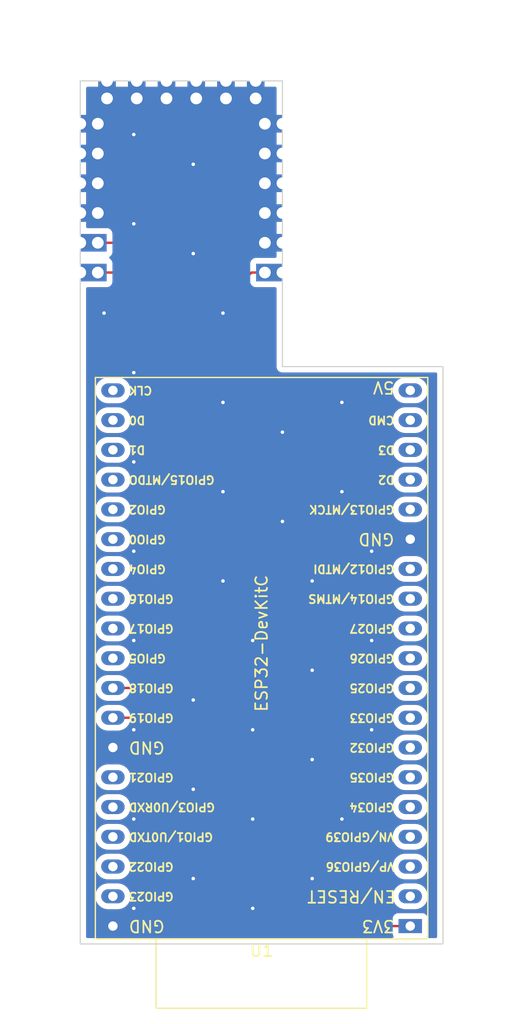
<source format=kicad_pcb>
(kicad_pcb (version 20240108) (generator "pcbnew") (generator_version "8.0")
  (layers (0 "F.Cu" signal) (31 "B.Cu" signal) (34 "B.Paste" user) (35 "F.Paste" user) (36 "B.SilkS" user "B.Silkscreen") (37 "F.SilkS" user "F.Silkscreen") (38 "B.Mask" user) (39 "F.Mask" user) (44 "Edge.Cuts" user))
  (net 0 "")
  (net 3 "ESP32_SDA")
  (net 14 "ESP32_SCL")
  (net 15 "VCC")
  (net 28 "GNDD")
  (footprint "Castellated_Holes:Castellated_Hole02" (layer "F.Cu") (at 90.932 51.9176 180)
    (property "Reference" "J7" (hide yes))
    (property "Value" "Conn_01x01" (hide yes))
    (pad "1" thru_hole rect (at 0 0 180) (size 2.25 1.5) (drill 1 (offset 1.125 0)) (property pad_prop_castellated) (layers "*.Cu" "*.Mask") (net 28 "GNDD"))
    (pad "1" thru_hole circle (at 1.5 0 180) (size 1.5 1.5) (drill 1) (property pad_prop_castellated) (layers "*.Cu" "*.Mask") (net 28 "GNDD"))
  )
  (footprint "Castellated_Holes:Castellated_Hole02" (layer "F.Cu") (at 90.932 54.4576 180)
    (property "Reference" "J6" (hide yes))
    (property "Value" "Conn_01x01" (hide yes))
    (pad "1" thru_hole rect (at 0 0 180) (size 2.25 1.5) (drill 1 (offset 1.125 0)) (property pad_prop_castellated) (layers "*.Cu" "*.Mask") (net 28 "GNDD"))
    (pad "1" thru_hole circle (at 1.5 0 180) (size 1.5 1.5) (drill 1) (property pad_prop_castellated) (layers "*.Cu" "*.Mask") (net 28 "GNDD"))
  )
  (footprint "Castellated_Holes:Castellated_Hole02" (layer "F.Cu") (at 90.932 56.9976 180)
    (property "Reference" "J5" (hide yes))
    (property "Value" "Conn_01x01" (hide yes))
    (pad "1" thru_hole rect (at 0 0 180) (size 2.25 1.5) (drill 1 (offset 1.125 0)) (property pad_prop_castellated) (layers "*.Cu" "*.Mask") (net 28 "GNDD"))
    (pad "1" thru_hole circle (at 1.5 0 180) (size 1.5 1.5) (drill 1) (property pad_prop_castellated) (layers "*.Cu" "*.Mask") (net 28 "GNDD"))
  )
  (footprint "Castellated_Holes:Castellated_Hole02" (layer "F.Cu") (at 73.66 56.9976)
    (property "Reference" "J13" (hide yes))
    (property "Value" "Conn_01x01" (hide yes))
    (pad "1" thru_hole rect (at 0 0) (size 2.25 1.5) (drill 1 (offset 1.125 0)) (property pad_prop_castellated) (layers "*.Cu" "*.Mask") (net 28 "GNDD"))
    (pad "1" thru_hole circle (at 1.5 0) (size 1.5 1.5) (drill 1) (property pad_prop_castellated) (layers "*.Cu" "*.Mask") (net 28 "GNDD"))
  )
  (footprint "Castellated_Holes:Castellated_Hole02" (layer "F.Cu") (at 88.646 45.72 -90)
    (property "Reference" "J18" (hide yes))
    (property "Value" "Conn_01x01" (hide yes))
    (pad "1" thru_hole rect (at 0 0 270) (size 2.25 1.5) (drill 1 (offset 1.125 0)) (property pad_prop_castellated) (layers "*.Cu" "*.Mask") (net 28 "GNDD"))
    (pad "1" thru_hole circle (at 1.5 0 270) (size 1.5 1.5) (drill 1) (property pad_prop_castellated) (layers "*.Cu" "*.Mask") (net 28 "GNDD"))
  )
  (footprint "Castellated_Holes:Castellated_Hole02" (layer "F.Cu") (at 73.66 51.9176)
    (property "Reference" "J11" (hide yes))
    (property "Value" "Conn_01x01" (hide yes))
    (pad "1" thru_hole rect (at 0 0) (size 2.25 1.5) (drill 1 (offset 1.125 0)) (property pad_prop_castellated) (layers "*.Cu" "*.Mask") (net 28 "GNDD"))
    (pad "1" thru_hole circle (at 1.5 0) (size 1.5 1.5) (drill 1) (property pad_prop_castellated) (layers "*.Cu" "*.Mask") (net 28 "GNDD"))
  )
  (footprint "Castellated_Holes:Castellated_Hole02" (layer "F.Cu") (at 90.932 62.0776 180)
    (property "Reference" "J3" (hide yes))
    (property "Value" "Conn_01x01" (hide yes))
    (pad "1" thru_hole rect (at 0 0 180) (size 2.25 1.5) (drill 1 (offset 1.125 0)) (property pad_prop_castellated) (layers "*.Cu" "*.Mask") (net 15 "VCC"))
    (pad "1" thru_hole circle (at 1.5 0 180) (size 1.5 1.5) (drill 1) (property pad_prop_castellated) (layers "*.Cu" "*.Mask") (net 15 "VCC"))
  )
  (footprint "Castellated_Holes:Castellated_Hole02" (layer "F.Cu") (at 90.932 49.3776 180)
    (property "Reference" "J14" (hide yes))
    (property "Value" "Conn_01x01" (hide yes))
    (pad "1" thru_hole rect (at 0 0 180) (size 2.25 1.5) (drill 1 (offset 1.125 0)) (property pad_prop_castellated) (layers "*.Cu" "*.Mask") (net 28 "GNDD"))
    (pad "1" thru_hole circle (at 1.5 0 180) (size 1.5 1.5) (drill 1) (property pad_prop_castellated) (layers "*.Cu" "*.Mask") (net 28 "GNDD"))
  )
  (footprint "Castellated_Holes:Castellated_Hole02" (layer "F.Cu") (at 75.946 45.72 -90)
    (property "Reference" "J9" (hide yes))
    (property "Value" "Conn_01x01" (hide yes))
    (pad "1" thru_hole rect (at 0 0 270) (size 2.25 1.5) (drill 1 (offset 1.125 0)) (property pad_prop_castellated) (layers "*.Cu" "*.Mask") (net 28 "GNDD"))
    (pad "1" thru_hole circle (at 1.5 0 270) (size 1.5 1.5) (drill 1) (property pad_prop_castellated) (layers "*.Cu" "*.Mask") (net 28 "GNDD"))
  )
  (footprint "PCM_kikit:Tab" (layer "F.Cu") (at 73.152 106.426)
    (property "Reference" "T2" (hide yes))
    (property "Value" "Tab")
  )
  (footprint "Espressif:ESP32-DevKitC" (layer "F.Cu") (at 101.85032 117.85328 180)
    (property "Reference" "U1" (at 12.7 -2.1 0) (layer "F.SilkS"))
    (property "Value" "ESP32-DevKitC" (at 12.7 24.13 90) (layer "F.SilkS"))
    (fp_line (start 26.9 -1.1) (end -1.499999 -1.1) (stroke (width 0.12)) (layer "F.SilkS"))
    (fp_line (start 26.899999 46.82) (end 26.9 -1.1) (stroke (width 0.12)) (layer "F.SilkS"))
    (fp_line (start 21.71332 -7.01312) (end 21.71332 -1.12032) (stroke (width 0.12)) (layer "F.SilkS"))
    (fp_line (start 3.73012 -1.12032) (end 3.73012 -7.01312) (stroke (width 0.12)) (layer "F.SilkS"))
    (fp_line (start 3.73012 -7.01312) (end 21.71332 -7.01312) (stroke (width 0.12)) (layer "F.SilkS"))
    (fp_line (start -1.499999 -1.1) (end -1.5 46.82) (stroke (width 0.12)) (layer "F.SilkS"))
    (fp_line (start -1.5 46.82) (end 26.899999 46.82) (stroke (width 0.12)) (layer "F.SilkS"))
    (fp_text user "GPIO1/U0TXD" (at 24.13 7.62 180) (layer "F.SilkS") (effects (font (size 0.7 0.7)) (justify right)))
    (fp_text user "GPIO34" (at 1.27 10.16 180) (layer "F.SilkS") (effects (font (size 0.7 0.7)) (justify left)))
    (fp_text user "GND" (at 1.27 33.02 180) (layer "F.SilkS") (effects (justify left)))
    (fp_text user "GPIO16" (at 24.13 27.94 180) (layer "F.SilkS") (effects (font (size 0.7 0.7)) (justify right)))
    (fp_text user "GPIO21" (at 24.13 12.7 180) (layer "F.SilkS") (effects (font (size 0.7 0.7)) (justify right)))
    (fp_text user "GPIO23" (at 24.13 2.54 180) (layer "F.SilkS") (effects (font (size 0.7 0.7)) (justify right)))
    (fp_text user "GPIO35" (at 1.27 12.7 180) (layer "F.SilkS") (effects (font (size 0.7 0.7)) (justify left)))
    (fp_text user "GPIO25" (at 1.27 20.32 180) (layer "F.SilkS") (effects (font (size 0.7 0.7)) (justify left)))
    (fp_text user "GPIO18" (at 24.13 20.32 180) (layer "F.SilkS") (effects (font (size 0.7 0.7)) (justify right)))
    (fp_text user "D0" (at 24.13 43.18 180) (layer "F.SilkS") (effects (font (size 0.7 0.7)) (justify right)))
    (fp_text user "VN/GPIO39" (at 1.27 7.62 180) (layer "F.SilkS") (effects (font (size 0.7 0.7)) (justify left)))
    (fp_text user "D2" (at 1.27 38.1 180) (layer "F.SilkS") (effects (font (size 0.7 0.7)) (justify left)))
    (fp_text user "VP/GPIO36" (at 1.27 5.08 180) (layer "F.SilkS") (effects (font (size 0.7 0.7)) (justify left)))
    (fp_text user "EN/RESET" (at 8.88632 2.53728 180) (layer "F.SilkS") (effects (justify right)))
    (fp_text user "GPIO4" (at 24.13 30.48 180) (layer "F.SilkS") (effects (font (size 0.7 0.7)) (justify right)))
    (fp_text user "GPIO33" (at 1.27 17.78 180) (layer "F.SilkS") (effects (font (size 0.7 0.7)) (justify left)))
    (fp_text user "3V3" (at 1.27 0 180) (layer "F.SilkS") (effects (justify left)))
    (fp_text user "CLK" (at 24.13 45.72 180) (layer "F.SilkS") (effects (font (size 0.7 0.7)) (justify right)))
    (fp_text user "5V" (at 1.26632 45.97128 180) (layer "F.SilkS") (effects (justify left)))
    (fp_text user "GPIO27" (at 1.27 25.4 180) (layer "F.SilkS") (effects (font (size 0.7 0.7)) (justify left)))
    (fp_text user "GPIO26" (at 1.27 22.86 180) (layer "F.SilkS") (effects (font (size 0.7 0.7)) (justify left)))
    (fp_text user "GPIO13/MTCK" (at 1.27 35.56 180) (layer "F.SilkS") (effects (font (size 0.7 0.7)) (justify left)))
    (fp_text user "GPIO2" (at 24.13 35.56 180) (layer "F.SilkS") (effects (font (size 0.7 0.7)) (justify right)))
    (fp_text user "GPIO0" (at 24.13 33.02 180) (layer "F.SilkS") (effects (font (size 0.7 0.7)) (justify right)))
    (fp_text user "D3" (at 1.27 40.64 180) (layer "F.SilkS") (effects (font (size 0.7 0.7)) (justify left)))
    (fp_text user "GND" (at 24.13 0 180) (layer "F.SilkS") (effects (justify right)))
    (fp_text user "GPIO15/MTDO" (at 24.13 38.1 180) (layer "F.SilkS") (effects (font (size 0.7 0.7)) (justify right)))
    (fp_text user "GPIO5" (at 24.13 22.86 180) (layer "F.SilkS") (effects (font (size 0.7 0.7)) (justify right)))
    (fp_text user "GPIO17" (at 24.13 25.4 180) (layer "F.SilkS") (effects (font (size 0.7 0.7)) (justify right)))
    (fp_text user "GPIO12/MTDI" (at 1.27 30.48 180) (layer "F.SilkS") (effects (font (size 0.7 0.7)) (justify left)))
    (fp_text user "GPIO3/U0RXD" (at 24.13 10.16 180) (layer "F.SilkS") (effects (font (size 0.7 0.7)) (justify right)))
    (fp_text user "D1" (at 24.13 40.64 180) (layer "F.SilkS") (effects (font (size 0.7 0.7)) (justify right)))
    (fp_text user "GPIO14/MTMS" (at 1.27 27.94 180) (layer "F.SilkS") (effects (font (size 0.7 0.7)) (justify left)))
    (fp_text user "CMD" (at 1.27 43.18 180) (layer "F.SilkS") (effects (font (size 0.7 0.7)) (justify left)))
    (fp_text user "GPIO19" (at 24.13 17.78 180) (layer "F.SilkS") (effects (font (size 0.7 0.7)) (justify right)))
    (fp_text user "GND" (at 24.13 15.24 180) (layer "F.SilkS") (effects (justify right)))
    (fp_text user "GPIO22" (at 24.13 5.08 180) (layer "F.SilkS") (effects (font (size 0.7 0.7)) (justify right)))
    (fp_text user "GPIO32" (at 1.27 15.24 180) (layer "F.SilkS") (effects (font (size 0.7 0.7)) (justify left)))
    (pad "1" thru_hole rect (at 0 0 90) (size 1.2 2) (drill 0.8) (layers "*.Cu" "*.Mask") (net 15 "VCC"))
    (pad "2" thru_hole oval (at 0 2.54 90) (size 1.2 2) (drill 0.8) (layers "*.Cu" "*.Mask"))
    (pad "3" thru_hole oval (at 0 5.08 90) (size 1.2 2) (drill 0.8) (layers "*.Cu" "*.Mask"))
    (pad "4" thru_hole oval (at 0 7.62 90) (size 1.2 2) (drill 0.8) (layers "*.Cu" "*.Mask"))
    (pad "5" thru_hole oval (at 0 10.16 90) (size 1.2 2) (drill 0.8) (layers "*.Cu" "*.Mask"))
    (pad "6" thru_hole oval (at 0 12.7 90) (size 1.2 2) (drill 0.8) (layers "*.Cu" "*.Mask"))
    (pad "7" thru_hole oval (at 0 15.24 90) (size 1.2 2) (drill 0.8) (layers "*.Cu" "*.Mask"))
    (pad "8" thru_hole oval (at 0 17.78 90) (size 1.2 2) (drill 0.8) (layers "*.Cu" "*.Mask"))
    (pad "9" thru_hole oval (at 0 20.32 90) (size 1.2 2) (drill 0.8) (layers "*.Cu" "*.Mask"))
    (pad "10" thru_hole oval (at 0 22.86 90) (size 1.2 2) (drill 0.8) (layers "*.Cu" "*.Mask"))
    (pad "11" thru_hole oval (at 0 25.4 90) (size 1.2 2) (drill 0.8) (layers "*.Cu" "*.Mask"))
    (pad "12" thru_hole oval (at 0 27.94 90) (size 1.2 2) (drill 0.8) (layers "*.Cu" "*.Mask"))
    (pad "13" thru_hole oval (at 0 30.48 90) (size 1.2 2) (drill 0.8) (layers "*.Cu" "*.Mask"))
    (pad "14" thru_hole oval (at 0 33.02 90) (size 1.2 2) (drill 0.8) (layers "*.Cu" "*.Mask") (net 28 "GNDD"))
    (pad "15" thru_hole oval (at 0 35.56 90) (size 1.2 2) (drill 0.8) (layers "*.Cu" "*.Mask"))
    (pad "16" thru_hole oval (at 0 38.1 90) (size 1.2 2) (drill 0.8) (layers "*.Cu" "*.Mask"))
    (pad "17" thru_hole oval (at 0 40.64 90) (size 1.2 2) (drill 0.8) (layers "*.Cu" "*.Mask"))
    (pad "18" thru_hole oval (at 0 43.18 90) (size 1.2 2) (drill 0.8) (layers "*.Cu" "*.Mask"))
    (pad "19" thru_hole oval (at 0 45.72 90) (size 1.2 2) (drill 0.8) (layers "*.Cu" "*.Mask"))
    (pad "20" thru_hole oval (at 25.39632 45.71728 90) (size 1.2 2) (drill 0.8) (layers "*.Cu" "*.Mask"))
    (pad "21" thru_hole oval (at 25.39632 43.17728 90) (size 1.2 2) (drill 0.8) (layers "*.Cu" "*.Mask"))
    (pad "22" thru_hole oval (at 25.4 40.64 90) (size 1.2 2) (drill 0.8) (layers "*.Cu" "*.Mask"))
    (pad "23" thru_hole oval (at 25.4 38.1 90) (size 1.2 2) (drill 0.8) (layers "*.Cu" "*.Mask"))
    (pad "24" thru_hole oval (at 25.4 35.56 90) (size 1.2 2) (drill 0.8) (layers "*.Cu" "*.Mask"))
    (pad "25" thru_hole oval (at 25.4 33.02 90) (size 1.2 2) (drill 0.8) (layers "*.Cu" "*.Mask"))
    (pad "26" thru_hole oval (at 25.4 30.48 90) (size 1.2 2) (drill 0.8) (layers "*.Cu" "*.Mask"))
    (pad "27" thru_hole oval (at 25.4 27.94 90) (size 1.2 2) (drill 0.8) (layers "*.Cu" "*.Mask"))
    (pad "28" thru_hole oval (at 25.4 25.4 90) (size 1.2 2) (drill 0.8) (layers "*.Cu" "*.Mask"))
    (pad "29" thru_hole oval (at 25.4 22.86 90) (size 1.2 2) (drill 0.8) (layers "*.Cu" "*.Mask"))
    (pad "30" thru_hole oval (at 25.4 20.32 90) (size 1.2 2) (drill 0.8) (layers "*.Cu" "*.Mask") (net 3 "ESP32_SDA"))
    (pad "31" thru_hole oval (at 25.4 17.78 90) (size 1.2 2) (drill 0.8) (layers "*.Cu" "*.Mask") (net 14 "ESP32_SCL"))
    (pad "32" thru_hole oval (at 25.4 15.24 90) (size 1.2 2) (drill 0.8) (layers "*.Cu" "*.Mask") (net 28 "GNDD"))
    (pad "33" thru_hole oval (at 25.4 12.7 90) (size 1.2 2) (drill 0.8) (layers "*.Cu" "*.Mask"))
    (pad "34" thru_hole oval (at 25.4 10.16 90) (size 1.2 2) (drill 0.8) (layers "*.Cu" "*.Mask"))
    (pad "35" thru_hole oval (at 25.4 7.62 90) (size 1.2 2) (drill 0.8) (layers "*.Cu" "*.Mask"))
    (pad "36" thru_hole oval (at 25.4 5.08 90) (size 1.2 2) (drill 0.8) (layers "*.Cu" "*.Mask"))
    (pad "37" thru_hole oval (at 25.4 2.54 90) (size 1.2 2) (drill 0.8) (layers "*.Cu" "*.Mask"))
    (pad "38" thru_hole oval (at 25.4 0 90) (size 1.2 2) (drill 0.8) (layers "*.Cu" "*.Mask") (net 28 "GNDD"))
  )
  (footprint "Castellated_Holes:Castellated_Hole02" (layer "F.Cu") (at 90.932 59.5376 180)
    (property "Reference" "J4" (hide yes))
    (property "Value" "Conn_01x01" (hide yes))
    (pad "1" thru_hole rect (at 0 0 180) (size 2.25 1.5) (drill 1 (offset 1.125 0)) (property pad_prop_castellated) (layers "*.Cu" "*.Mask") (net 28 "GNDD"))
    (pad "1" thru_hole circle (at 1.5 0 180) (size 1.5 1.5) (drill 1) (property pad_prop_castellated) (layers "*.Cu" "*.Mask") (net 28 "GNDD"))
  )
  (footprint "PCM_kikit:Tab" (layer "F.Cu") (at 73.152 72.644)
    (property "Reference" "T1" (hide yes))
    (property "Value" "Tab")
  )
  (footprint "Castellated_Holes:Castellated_Hole02" (layer "F.Cu") (at 73.66 62.0776)
    (property "Reference" "J1" (hide yes))
    (property "Value" "Conn_01x01" (hide yes))
    (pad "1" thru_hole rect (at 0 0) (size 2.25 1.5) (drill 1 (offset 1.125 0)) (property pad_prop_castellated) (layers "*.Cu" "*.Mask") (net 3 "ESP32_SDA"))
    (pad "1" thru_hole circle (at 1.5 0) (size 1.5 1.5) (drill 1) (property pad_prop_castellated) (layers "*.Cu" "*.Mask") (net 3 "ESP32_SDA"))
  )
  (footprint "Castellated_Holes:Castellated_Hole02" (layer "F.Cu") (at 73.66 49.3776)
    (property "Reference" "J10" (hide yes))
    (property "Value" "Conn_01x01" (hide yes))
    (pad "1" thru_hole rect (at 0 0) (size 2.25 1.5) (drill 1 (offset 1.125 0)) (property pad_prop_castellated) (layers "*.Cu" "*.Mask") (net 28 "GNDD"))
    (pad "1" thru_hole circle (at 1.5 0) (size 1.5 1.5) (drill 1) (property pad_prop_castellated) (layers "*.Cu" "*.Mask") (net 28 "GNDD"))
  )
  (footprint "Castellated_Holes:Castellated_Hole02" (layer "F.Cu") (at 73.66 59.5376)
    (property "Reference" "J2" (hide yes))
    (property "Value" "Conn_01x01" (hide yes))
    (pad "1" thru_hole rect (at 0 0) (size 2.25 1.5) (drill 1 (offset 1.125 0)) (property pad_prop_castellated) (layers "*.Cu" "*.Mask") (net 14 "ESP32_SCL"))
    (pad "1" thru_hole circle (at 1.5 0) (size 1.5 1.5) (drill 1) (property pad_prop_castellated) (layers "*.Cu" "*.Mask") (net 14 "ESP32_SCL"))
  )
  (footprint "Castellated_Holes:Castellated_Hole02" (layer "F.Cu") (at 81.026 45.72 -90)
    (property "Reference" "J15" (hide yes))
    (property "Value" "Conn_01x01" (hide yes))
    (pad "1" thru_hole rect (at 0 0 270) (size 2.25 1.5) (drill 1 (offset 1.125 0)) (property pad_prop_castellated) (layers "*.Cu" "*.Mask") (net 28 "GNDD"))
    (pad "1" thru_hole circle (at 1.5 0 270) (size 1.5 1.5) (drill 1) (property pad_prop_castellated) (layers "*.Cu" "*.Mask") (net 28 "GNDD"))
  )
  (footprint "PCM_kikit:Tab" (layer "F.Cu") (at 105.156 106.426 180)
    (property "Reference" "T4" (hide yes))
    (property "Value" "Tab")
  )
  (footprint "PCM_kikit:Tab" (layer "F.Cu") (at 73.152 46.99)
    (property "Reference" "T8" (hide yes))
    (property "Value" "Tab")
  )
  (footprint "Castellated_Holes:Castellated_Hole02" (layer "F.Cu") (at 83.566 45.72 -90)
    (property "Reference" "J16" (hide yes))
    (property "Value" "Conn_01x01" (hide yes))
    (pad "1" thru_hole rect (at 0 0 270) (size 2.25 1.5) (drill 1 (offset 1.125 0)) (property pad_prop_castellated) (layers "*.Cu" "*.Mask") (net 28 "GNDD"))
    (pad "1" thru_hole circle (at 1.5 0 270) (size 1.5 1.5) (drill 1) (property pad_prop_castellated) (layers "*.Cu" "*.Mask") (net 28 "GNDD"))
  )
  (footprint "Castellated_Holes:Castellated_Hole02" (layer "F.Cu") (at 86.106 45.72 -90)
    (property "Reference" "J17" (hide yes))
    (property "Value" "Conn_01x01" (hide yes))
    (pad "1" thru_hole rect (at 0 0 270) (size 2.25 1.5) (drill 1 (offset 1.125 0)) (property pad_prop_castellated) (layers "*.Cu" "*.Mask") (net 28 "GNDD"))
    (pad "1" thru_hole circle (at 1.5 0 270) (size 1.5 1.5) (drill 1) (property pad_prop_castellated) (layers "*.Cu" "*.Mask") (net 28 "GNDD"))
  )
  (footprint "Castellated_Holes:Castellated_Hole02" (layer "F.Cu") (at 78.486 45.72 -90)
    (property "Reference" "J8" (hide yes))
    (property "Value" "Conn_01x01" (hide yes))
    (pad "1" thru_hole rect (at 0 0 270) (size 2.25 1.5) (drill 1 (offset 1.125 0)) (property pad_prop_castellated) (layers "*.Cu" "*.Mask") (net 28 "GNDD"))
    (pad "1" thru_hole circle (at 1.5 0 270) (size 1.5 1.5) (drill 1) (property pad_prop_castellated) (layers "*.Cu" "*.Mask") (net 28 "GNDD"))
  )
  (footprint "PCM_kikit:Tab" (layer "F.Cu") (at 101.6 119.888 90)
    (property "Reference" "T6" (hide yes))
    (property "Value" "Tab")
  )
  (footprint "PCM_kikit:Tab" (layer "F.Cu") (at 105.156 72.644 180)
    (property "Reference" "T3" (hide yes))
    (property "Value" "Tab")
  )
  (footprint "PCM_kikit:Tab" (layer "F.Cu") (at 91.44 46.99 180)
    (property "Reference" "T7" (hide yes))
    (property "Value" "Tab")
  )
  (footprint "Castellated_Holes:Castellated_Hole02" (layer "F.Cu") (at 73.66 54.4576)
    (property "Reference" "J12" (hide yes))
    (property "Value" "Conn_01x01" (hide yes))
    (pad "1" thru_hole rect (at 0 0) (size 2.25 1.5) (drill 1 (offset 1.125 0)) (property pad_prop_castellated) (layers "*.Cu" "*.Mask") (net 28 "GNDD"))
    (pad "1" thru_hole circle (at 1.5 0) (size 1.5 1.5) (drill 1) (property pad_prop_castellated) (layers "*.Cu" "*.Mask") (net 28 "GNDD"))
  )
  (footprint "PCM_kikit:Tab" (layer "F.Cu") (at 76.2 119.888 90)
    (property "Reference" "T5" (hide yes))
    (property "Value" "Tab")
  )
  (gr_line (start 90.932 70.104) (end 104.648 70.104) (stroke (width 0.1)) (layer "Edge.Cuts"))
  (gr_line (start 90.932 45.72) (end 90.932 70.104) (stroke (width 0.1)) (layer "Edge.Cuts"))
  (gr_line (start 73.66 119.38) (end 73.66 45.72) (stroke (width 0.1)) (layer "Edge.Cuts"))
  (gr_line (start 73.66 45.72) (end 90.932 45.72) (stroke (width 0.1)) (layer "Edge.Cuts"))
  (gr_line (start 104.648 70.104) (end 104.648 119.38) (stroke (width 0.1)) (layer "Edge.Cuts"))
  (gr_line (start 104.648 119.38) (end 73.66 119.38) (stroke (width 0.1)) (layer "Edge.Cuts"))
  (segment (start 83.166 66.459686) (end 83.166 94.830314) (width 0.2) (layer "F.Cu") (net 3))
  (segment (start 78.783914 62.0776) (end 83.166 66.459686) (width 0.2) (layer "F.Cu") (net 3))
  (segment (start 80.463034 97.53328) (end 76.45032 97.53328) (width 0.2) (layer "F.Cu") (net 3))
  (segment (start 75.16 62.0776) (end 78.783914 62.0776) (width 0.2) (layer "F.Cu") (net 3))
  (segment (start 83.166 94.830314) (end 80.463034 97.53328) (width 0.2) (layer "F.Cu") (net 3))
  (segment (start 83.566 94.996) (end 78.48872 100.07328) (width 0.2) (layer "F.Cu") (net 14))
  (segment (start 76.8096 59.5376) (end 83.566 66.294) (width 0.2) (layer "F.Cu") (net 14))
  (segment (start 78.48872 100.07328) (end 76.45032 100.07328) (width 0.2) (layer "F.Cu") (net 14))
  (segment (start 83.566 66.294) (end 83.566 94.996) (width 0.2) (layer "F.Cu") (net 14))
  (segment (start 75.16 59.5376) (end 76.8096 59.5376) (width 0.2) (layer "F.Cu") (net 14))
  (segment (start 100.32728 117.85328) (end 101.85032 117.85328) (width 0.2) (layer "F.Cu") (net 15))
  (segment (start 89.432 62.0776) (end 88.2904 62.0776) (width 0.2) (layer "F.Cu") (net 15))
  (segment (start 87.376 104.902) (end 100.32728 117.85328) (width 0.2) (layer "F.Cu") (net 15))
  (segment (start 87.376 62.992) (end 87.376 104.902) (width 0.2) (layer "F.Cu") (net 15))
  (segment (start 88.2904 62.0776) (end 87.376 62.992) (width 0.2) (layer "F.Cu") (net 15))
  (via (at 85.852 80.78) (size 0.6) (drill 0.3) (layers "F.Cu" "B.Cu") (net 28))
  (via (at 88.392 116.34) (size 0.6) (drill 0.3) (layers "F.Cu" "B.Cu") (net 28))
  (via (at 85.852 88.4) (size 0.6) (drill 0.3) (layers "F.Cu" "B.Cu") (net 28))
  (via (at 90.932 83.32) (size 0.6) (drill 0.3) (layers "F.Cu" "B.Cu") (net 28))
  (via (at 96.012 80.78) (size 0.6) (drill 0.3) (layers "F.Cu" "B.Cu") (net 28))
  (via (at 98.552 85.86) (size 0.6) (drill 0.3) (layers "F.Cu" "B.Cu") (net 28))
  (via (at 83.312 113.8) (size 0.6) (drill 0.3) (layers "F.Cu" "B.Cu") (net 28))
  (via (at 96.012 73.16) (size 0.6) (drill 0.3) (layers "F.Cu" "B.Cu") (net 28))
  (via (at 98.552 101.1) (size 0.6) (drill 0.3) (layers "F.Cu" "B.Cu") (net 28))
  (via (at 88.392 108.72) (size 0.6) (drill 0.3) (layers "F.Cu" "B.Cu") (net 28))
  (via (at 83.312 60.46) (size 0.6) (drill 0.3) (layers "F.Cu" "B.Cu") (net 28))
  (via (at 98.552 93.48) (size 0.6) (drill 0.3) (layers "F.Cu" "B.Cu") (net 28))
  (via (at 90.932 75.7) (size 0.6) (drill 0.3) (layers "F.Cu" "B.Cu") (net 28))
  (via (at 75.692 65.54) (size 0.6) (drill 0.3) (layers "F.Cu" "B.Cu") (net 28))
  (via (at 93.472 103.64) (size 0.6) (drill 0.3) (layers "F.Cu" "B.Cu") (net 28))
  (via (at 78.232 78.24) (size 0.6) (drill 0.3) (layers "F.Cu" "B.Cu") (net 28))
  (via (at 83.312 52.84) (size 0.6) (drill 0.3) (layers "F.Cu" "B.Cu") (net 28))
  (via (at 85.852 65.54) (size 0.6) (drill 0.3) (layers "F.Cu" "B.Cu") (net 28))
  (via (at 78.232 108.72) (size 0.6) (drill 0.3) (layers "F.Cu" "B.Cu") (net 28))
  (via (at 78.232 70.62) (size 0.6) (drill 0.3) (layers "F.Cu" "B.Cu") (net 28))
  (via (at 78.232 57.92) (size 0.6) (drill 0.3) (layers "F.Cu" "B.Cu") (net 28))
  (via (at 93.472 113.8) (size 0.6) (drill 0.3) (layers "F.Cu" "B.Cu") (net 28))
  (via (at 78.232 93.48) (size 0.6) (drill 0.3) (layers "F.Cu" "B.Cu") (net 28))
  (via (at 85.852 73.16) (size 0.6) (drill 0.3) (layers "F.Cu" "B.Cu") (net 28))
  (via (at 83.312 106.18) (size 0.6) (drill 0.3) (layers "F.Cu" "B.Cu") (net 28))
  (via (at 83.312 98.56) (size 0.6) (drill 0.3) (layers "F.Cu" "B.Cu") (net 28))
  (via (at 78.232 85.86) (size 0.6) (drill 0.3) (layers "F.Cu" "B.Cu") (net 28))
  (via (at 93.472 88.4) (size 0.6) (drill 0.3) (layers "F.Cu" "B.Cu") (net 28))
  (via (at 88.392 93.48) (size 0.6) (drill 0.3) (layers "F.Cu" "B.Cu") (net 28))
  (via (at 78.232 116.34) (size 0.6) (drill 0.3) (layers "F.Cu" "B.Cu") (net 28))
  (via (at 78.232 50.3) (size 0.6) (drill 0.3) (layers "F.Cu" "B.Cu") (net 28))
  (via (at 96.012 108.72) (size 0.6) (drill 0.3) (layers "F.Cu" "B.Cu") (net 28))
  (via (at 88.392 101.1) (size 0.6) (drill 0.3) (layers "F.Cu" "B.Cu") (net 28))
  (via (at 93.472 96.02) (size 0.6) (drill 0.3) (layers "F.Cu" "B.Cu") (net 28))
  (via (at 78.232 101.1) (size 0.6) (drill 0.3) (layers "F.Cu" "B.Cu") (net 28))
  (zone (net 28) (net_name "GNDD") (layers "F&B.Cu") (connect_pads yes (clearance 0.5)) (min_thickness 0.25) (fill yes (thermal_gap 0.5) (thermal_bridge_width 0.5))
    (polygon (pts (xy 73.152 45.466) (xy 73.406 119.888) (xy 104.902 119.888) (xy 104.902 69.85) (xy 91.186 69.85) (xy 91.186 45.466)))
  )
)
</source>
